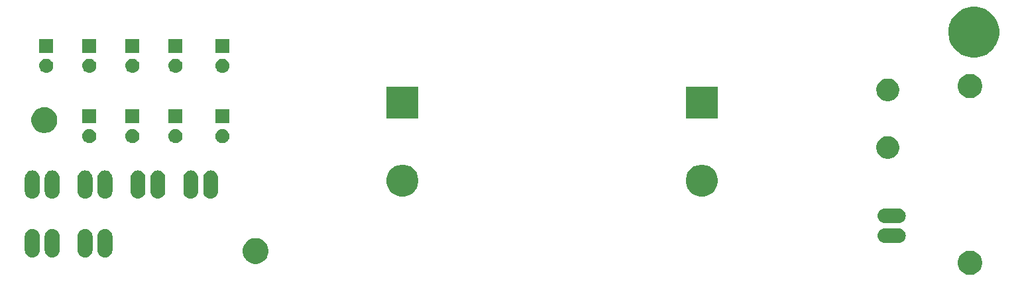
<source format=gbs>
G04 #@! TF.GenerationSoftware,KiCad,Pcbnew,5.0.1-33cea8e~68~ubuntu16.04.1*
G04 #@! TF.CreationDate,2019-04-14T15:01:33-04:00*
G04 #@! TF.ProjectId,filterbuffer,66696C7465726275666665722E6B6963,rev?*
G04 #@! TF.SameCoordinates,Original*
G04 #@! TF.FileFunction,Soldermask,Bot*
G04 #@! TF.FilePolarity,Negative*
%FSLAX46Y46*%
G04 Gerber Fmt 4.6, Leading zero omitted, Abs format (unit mm)*
G04 Created by KiCad (PCBNEW 5.0.1-33cea8e~68~ubuntu16.04.1) date Sun 14 Apr 2019 15:01:33 EDT*
%MOMM*%
%LPD*%
G01*
G04 APERTURE LIST*
%ADD10C,0.100000*%
G04 APERTURE END LIST*
D10*
G36*
X180552527Y-132188736D02*
X180652410Y-132208604D01*
X180934674Y-132325521D01*
X181188705Y-132495259D01*
X181404741Y-132711295D01*
X181574479Y-132965326D01*
X181691396Y-133247590D01*
X181751000Y-133547240D01*
X181751000Y-133852760D01*
X181691396Y-134152410D01*
X181574479Y-134434674D01*
X181404741Y-134688705D01*
X181188705Y-134904741D01*
X180934674Y-135074479D01*
X180652410Y-135191396D01*
X180552527Y-135211264D01*
X180352762Y-135251000D01*
X180047238Y-135251000D01*
X179847473Y-135211264D01*
X179747590Y-135191396D01*
X179465326Y-135074479D01*
X179211295Y-134904741D01*
X178995259Y-134688705D01*
X178825521Y-134434674D01*
X178708604Y-134152410D01*
X178649000Y-133852760D01*
X178649000Y-133547240D01*
X178708604Y-133247590D01*
X178825521Y-132965326D01*
X178995259Y-132711295D01*
X179211295Y-132495259D01*
X179465326Y-132325521D01*
X179747590Y-132208604D01*
X179847473Y-132188736D01*
X180047238Y-132149000D01*
X180352762Y-132149000D01*
X180552527Y-132188736D01*
X180552527Y-132188736D01*
G37*
G36*
X89325256Y-130591298D02*
X89431579Y-130612447D01*
X89732042Y-130736903D01*
X89998852Y-130915180D01*
X90002454Y-130917587D01*
X90232413Y-131147546D01*
X90413098Y-131417960D01*
X90537553Y-131718422D01*
X90601000Y-132037389D01*
X90601000Y-132362611D01*
X90537553Y-132681578D01*
X90433457Y-132932890D01*
X90413097Y-132982042D01*
X90397314Y-133005663D01*
X90232413Y-133252454D01*
X90002454Y-133482413D01*
X90002451Y-133482415D01*
X89732042Y-133663097D01*
X89431579Y-133787553D01*
X89325256Y-133808702D01*
X89112611Y-133851000D01*
X88787389Y-133851000D01*
X88574744Y-133808702D01*
X88468421Y-133787553D01*
X88167958Y-133663097D01*
X87897549Y-133482415D01*
X87897546Y-133482413D01*
X87667587Y-133252454D01*
X87502686Y-133005663D01*
X87486903Y-132982042D01*
X87466544Y-132932890D01*
X87362447Y-132681578D01*
X87299000Y-132362611D01*
X87299000Y-132037389D01*
X87362447Y-131718422D01*
X87486902Y-131417960D01*
X87667587Y-131147546D01*
X87897546Y-130917587D01*
X87901148Y-130915180D01*
X88167958Y-130736903D01*
X88468421Y-130612447D01*
X88574744Y-130591298D01*
X88787389Y-130549000D01*
X89112611Y-130549000D01*
X89325256Y-130591298D01*
X89325256Y-130591298D01*
G37*
G36*
X63136513Y-129412706D02*
X63315857Y-129467110D01*
X63481140Y-129555455D01*
X63626018Y-129674352D01*
X63744913Y-129819228D01*
X63833260Y-129984514D01*
X63887664Y-130163856D01*
X63901430Y-130303631D01*
X63901430Y-132096369D01*
X63887664Y-132236144D01*
X63833260Y-132415486D01*
X63744913Y-132580772D01*
X63626018Y-132725648D01*
X63481142Y-132844543D01*
X63315856Y-132932890D01*
X63136514Y-132987294D01*
X62950000Y-133005663D01*
X62763487Y-132987294D01*
X62584145Y-132932890D01*
X62418859Y-132844543D01*
X62273983Y-132725648D01*
X62155088Y-132580772D01*
X62066741Y-132415486D01*
X62012337Y-132236144D01*
X61998570Y-132096368D01*
X61998570Y-130303632D01*
X62012336Y-130163857D01*
X62066740Y-129984513D01*
X62155085Y-129819230D01*
X62273982Y-129674352D01*
X62418858Y-129555457D01*
X62584144Y-129467110D01*
X62763486Y-129412706D01*
X62950000Y-129394337D01*
X63136513Y-129412706D01*
X63136513Y-129412706D01*
G37*
G36*
X67346513Y-129412706D02*
X67525857Y-129467110D01*
X67691140Y-129555455D01*
X67836018Y-129674352D01*
X67954913Y-129819228D01*
X68043260Y-129984514D01*
X68097664Y-130163856D01*
X68111430Y-130303631D01*
X68111430Y-132096369D01*
X68097664Y-132236144D01*
X68043260Y-132415486D01*
X67954913Y-132580772D01*
X67836018Y-132725648D01*
X67691142Y-132844543D01*
X67525856Y-132932890D01*
X67346514Y-132987294D01*
X67160000Y-133005663D01*
X66973487Y-132987294D01*
X66794145Y-132932890D01*
X66628859Y-132844543D01*
X66483983Y-132725648D01*
X66365088Y-132580772D01*
X66276741Y-132415486D01*
X66222337Y-132236144D01*
X66208570Y-132096368D01*
X66208570Y-130303632D01*
X66222336Y-130163857D01*
X66276740Y-129984513D01*
X66365085Y-129819230D01*
X66483982Y-129674352D01*
X66628858Y-129555457D01*
X66794144Y-129467110D01*
X66973486Y-129412706D01*
X67160000Y-129394337D01*
X67346513Y-129412706D01*
X67346513Y-129412706D01*
G37*
G36*
X69886513Y-129412706D02*
X70065857Y-129467110D01*
X70231140Y-129555455D01*
X70376018Y-129674352D01*
X70494913Y-129819228D01*
X70583260Y-129984514D01*
X70637664Y-130163856D01*
X70651430Y-130303631D01*
X70651430Y-132096369D01*
X70637664Y-132236144D01*
X70583260Y-132415486D01*
X70494913Y-132580772D01*
X70376018Y-132725648D01*
X70231142Y-132844543D01*
X70065856Y-132932890D01*
X69886514Y-132987294D01*
X69700000Y-133005663D01*
X69513487Y-132987294D01*
X69334145Y-132932890D01*
X69168859Y-132844543D01*
X69023983Y-132725648D01*
X68905088Y-132580772D01*
X68816741Y-132415486D01*
X68762337Y-132236144D01*
X68748570Y-132096368D01*
X68748570Y-130303632D01*
X68762336Y-130163857D01*
X68816740Y-129984513D01*
X68905085Y-129819230D01*
X69023982Y-129674352D01*
X69168858Y-129555457D01*
X69334144Y-129467110D01*
X69513486Y-129412706D01*
X69700000Y-129394337D01*
X69886513Y-129412706D01*
X69886513Y-129412706D01*
G37*
G36*
X60596513Y-129412706D02*
X60775857Y-129467110D01*
X60941140Y-129555455D01*
X61086018Y-129674352D01*
X61204913Y-129819228D01*
X61293260Y-129984514D01*
X61347664Y-130163856D01*
X61361430Y-130303631D01*
X61361430Y-132096369D01*
X61347664Y-132236144D01*
X61293260Y-132415486D01*
X61204913Y-132580772D01*
X61086018Y-132725648D01*
X60941142Y-132844543D01*
X60775856Y-132932890D01*
X60596514Y-132987294D01*
X60410000Y-133005663D01*
X60223487Y-132987294D01*
X60044145Y-132932890D01*
X59878859Y-132844543D01*
X59733983Y-132725648D01*
X59615088Y-132580772D01*
X59526741Y-132415486D01*
X59472337Y-132236144D01*
X59458570Y-132096368D01*
X59458570Y-130303632D01*
X59472336Y-130163857D01*
X59526740Y-129984513D01*
X59615085Y-129819230D01*
X59733982Y-129674352D01*
X59878858Y-129555457D01*
X60044144Y-129467110D01*
X60223486Y-129412706D01*
X60410000Y-129394337D01*
X60596513Y-129412706D01*
X60596513Y-129412706D01*
G37*
G36*
X171236144Y-129302336D02*
X171415486Y-129356740D01*
X171580772Y-129445087D01*
X171725648Y-129563982D01*
X171844543Y-129708858D01*
X171932890Y-129874144D01*
X171987294Y-130053486D01*
X172005663Y-130240000D01*
X171987294Y-130426514D01*
X171932890Y-130605856D01*
X171844543Y-130771142D01*
X171725648Y-130916018D01*
X171580772Y-131034913D01*
X171415486Y-131123260D01*
X171236144Y-131177664D01*
X171096369Y-131191430D01*
X169303631Y-131191430D01*
X169163856Y-131177664D01*
X168984514Y-131123260D01*
X168819228Y-131034913D01*
X168674352Y-130916018D01*
X168555457Y-130771142D01*
X168467110Y-130605856D01*
X168412706Y-130426514D01*
X168394337Y-130240000D01*
X168412706Y-130053486D01*
X168467110Y-129874144D01*
X168555457Y-129708858D01*
X168674352Y-129563982D01*
X168819228Y-129445087D01*
X168984514Y-129356740D01*
X169163856Y-129302336D01*
X169303631Y-129288570D01*
X171096369Y-129288570D01*
X171236144Y-129302336D01*
X171236144Y-129302336D01*
G37*
G36*
X171236144Y-126762336D02*
X171415486Y-126816740D01*
X171580772Y-126905087D01*
X171725648Y-127023982D01*
X171844543Y-127168858D01*
X171932890Y-127334144D01*
X171987294Y-127513486D01*
X172005663Y-127700000D01*
X171987294Y-127886514D01*
X171932890Y-128065856D01*
X171844543Y-128231142D01*
X171725648Y-128376018D01*
X171580772Y-128494913D01*
X171415486Y-128583260D01*
X171236144Y-128637664D01*
X171096369Y-128651430D01*
X169303631Y-128651430D01*
X169163856Y-128637664D01*
X168984514Y-128583260D01*
X168819228Y-128494913D01*
X168674352Y-128376018D01*
X168555457Y-128231142D01*
X168467110Y-128065856D01*
X168412706Y-127886514D01*
X168394337Y-127700000D01*
X168412706Y-127513486D01*
X168467110Y-127334144D01*
X168555457Y-127168858D01*
X168674352Y-127023982D01*
X168819228Y-126905087D01*
X168984514Y-126816740D01*
X169163856Y-126762336D01*
X169303631Y-126748570D01*
X171096369Y-126748570D01*
X171236144Y-126762336D01*
X171236144Y-126762336D01*
G37*
G36*
X67346513Y-121912706D02*
X67525857Y-121967110D01*
X67691140Y-122055455D01*
X67836018Y-122174352D01*
X67954913Y-122319228D01*
X68043260Y-122484514D01*
X68097664Y-122663856D01*
X68111430Y-122803631D01*
X68111430Y-124596369D01*
X68097664Y-124736144D01*
X68043260Y-124915486D01*
X67954913Y-125080772D01*
X67836018Y-125225648D01*
X67691142Y-125344543D01*
X67525856Y-125432890D01*
X67346514Y-125487294D01*
X67160000Y-125505663D01*
X66973487Y-125487294D01*
X66794145Y-125432890D01*
X66628859Y-125344543D01*
X66483983Y-125225648D01*
X66365088Y-125080772D01*
X66276741Y-124915486D01*
X66222337Y-124736144D01*
X66208570Y-124596368D01*
X66208570Y-122803632D01*
X66222336Y-122663857D01*
X66276740Y-122484513D01*
X66365085Y-122319230D01*
X66483982Y-122174352D01*
X66628858Y-122055457D01*
X66794144Y-121967110D01*
X66973486Y-121912706D01*
X67160000Y-121894337D01*
X67346513Y-121912706D01*
X67346513Y-121912706D01*
G37*
G36*
X76636513Y-121912706D02*
X76815857Y-121967110D01*
X76981140Y-122055455D01*
X77126018Y-122174352D01*
X77244913Y-122319228D01*
X77333260Y-122484514D01*
X77387664Y-122663856D01*
X77401430Y-122803631D01*
X77401430Y-124596369D01*
X77387664Y-124736144D01*
X77333260Y-124915486D01*
X77244913Y-125080772D01*
X77126018Y-125225648D01*
X76981142Y-125344543D01*
X76815856Y-125432890D01*
X76636514Y-125487294D01*
X76450000Y-125505663D01*
X76263487Y-125487294D01*
X76084145Y-125432890D01*
X75918859Y-125344543D01*
X75773983Y-125225648D01*
X75655088Y-125080772D01*
X75566741Y-124915486D01*
X75512337Y-124736144D01*
X75498570Y-124596368D01*
X75498570Y-122803632D01*
X75512336Y-122663857D01*
X75566740Y-122484513D01*
X75655085Y-122319230D01*
X75773982Y-122174352D01*
X75918858Y-122055457D01*
X76084144Y-121967110D01*
X76263486Y-121912706D01*
X76450000Y-121894337D01*
X76636513Y-121912706D01*
X76636513Y-121912706D01*
G37*
G36*
X83386513Y-121912706D02*
X83565857Y-121967110D01*
X83731140Y-122055455D01*
X83876018Y-122174352D01*
X83994913Y-122319228D01*
X84083260Y-122484514D01*
X84137664Y-122663856D01*
X84151430Y-122803631D01*
X84151430Y-124596369D01*
X84137664Y-124736144D01*
X84083260Y-124915486D01*
X83994913Y-125080772D01*
X83876018Y-125225648D01*
X83731142Y-125344543D01*
X83565856Y-125432890D01*
X83386514Y-125487294D01*
X83200000Y-125505663D01*
X83013487Y-125487294D01*
X82834145Y-125432890D01*
X82668859Y-125344543D01*
X82523983Y-125225648D01*
X82405088Y-125080772D01*
X82316741Y-124915486D01*
X82262337Y-124736144D01*
X82248570Y-124596368D01*
X82248570Y-122803632D01*
X82262336Y-122663857D01*
X82316740Y-122484513D01*
X82405085Y-122319230D01*
X82523982Y-122174352D01*
X82668858Y-122055457D01*
X82834144Y-121967110D01*
X83013486Y-121912706D01*
X83200000Y-121894337D01*
X83386513Y-121912706D01*
X83386513Y-121912706D01*
G37*
G36*
X60596513Y-121912706D02*
X60775857Y-121967110D01*
X60941140Y-122055455D01*
X61086018Y-122174352D01*
X61204913Y-122319228D01*
X61293260Y-122484514D01*
X61347664Y-122663856D01*
X61361430Y-122803631D01*
X61361430Y-124596369D01*
X61347664Y-124736144D01*
X61293260Y-124915486D01*
X61204913Y-125080772D01*
X61086018Y-125225648D01*
X60941142Y-125344543D01*
X60775856Y-125432890D01*
X60596514Y-125487294D01*
X60410000Y-125505663D01*
X60223487Y-125487294D01*
X60044145Y-125432890D01*
X59878859Y-125344543D01*
X59733983Y-125225648D01*
X59615088Y-125080772D01*
X59526741Y-124915486D01*
X59472337Y-124736144D01*
X59458570Y-124596368D01*
X59458570Y-122803632D01*
X59472336Y-122663857D01*
X59526740Y-122484513D01*
X59615085Y-122319230D01*
X59733982Y-122174352D01*
X59878858Y-122055457D01*
X60044144Y-121967110D01*
X60223486Y-121912706D01*
X60410000Y-121894337D01*
X60596513Y-121912706D01*
X60596513Y-121912706D01*
G37*
G36*
X63136513Y-121912706D02*
X63315857Y-121967110D01*
X63481140Y-122055455D01*
X63626018Y-122174352D01*
X63744913Y-122319228D01*
X63833260Y-122484514D01*
X63887664Y-122663856D01*
X63901430Y-122803631D01*
X63901430Y-124596369D01*
X63887664Y-124736144D01*
X63833260Y-124915486D01*
X63744913Y-125080772D01*
X63626018Y-125225648D01*
X63481142Y-125344543D01*
X63315856Y-125432890D01*
X63136514Y-125487294D01*
X62950000Y-125505663D01*
X62763487Y-125487294D01*
X62584145Y-125432890D01*
X62418859Y-125344543D01*
X62273983Y-125225648D01*
X62155088Y-125080772D01*
X62066741Y-124915486D01*
X62012337Y-124736144D01*
X61998570Y-124596368D01*
X61998570Y-122803632D01*
X62012336Y-122663857D01*
X62066740Y-122484513D01*
X62155085Y-122319230D01*
X62273982Y-122174352D01*
X62418858Y-122055457D01*
X62584144Y-121967110D01*
X62763486Y-121912706D01*
X62950000Y-121894337D01*
X63136513Y-121912706D01*
X63136513Y-121912706D01*
G37*
G36*
X69886513Y-121912706D02*
X70065857Y-121967110D01*
X70231140Y-122055455D01*
X70376018Y-122174352D01*
X70494913Y-122319228D01*
X70583260Y-122484514D01*
X70637664Y-122663856D01*
X70651430Y-122803631D01*
X70651430Y-124596369D01*
X70637664Y-124736144D01*
X70583260Y-124915486D01*
X70494913Y-125080772D01*
X70376018Y-125225648D01*
X70231142Y-125344543D01*
X70065856Y-125432890D01*
X69886514Y-125487294D01*
X69700000Y-125505663D01*
X69513487Y-125487294D01*
X69334145Y-125432890D01*
X69168859Y-125344543D01*
X69023983Y-125225648D01*
X68905088Y-125080772D01*
X68816741Y-124915486D01*
X68762337Y-124736144D01*
X68748570Y-124596368D01*
X68748570Y-122803632D01*
X68762336Y-122663857D01*
X68816740Y-122484513D01*
X68905085Y-122319230D01*
X69023982Y-122174352D01*
X69168858Y-122055457D01*
X69334144Y-121967110D01*
X69513486Y-121912706D01*
X69700000Y-121894337D01*
X69886513Y-121912706D01*
X69886513Y-121912706D01*
G37*
G36*
X80846513Y-121912706D02*
X81025857Y-121967110D01*
X81191140Y-122055455D01*
X81336018Y-122174352D01*
X81454913Y-122319228D01*
X81543260Y-122484514D01*
X81597664Y-122663856D01*
X81611430Y-122803631D01*
X81611430Y-124596369D01*
X81597664Y-124736144D01*
X81543260Y-124915486D01*
X81454913Y-125080772D01*
X81336018Y-125225648D01*
X81191142Y-125344543D01*
X81025856Y-125432890D01*
X80846514Y-125487294D01*
X80660000Y-125505663D01*
X80473487Y-125487294D01*
X80294145Y-125432890D01*
X80128859Y-125344543D01*
X79983983Y-125225648D01*
X79865088Y-125080772D01*
X79776741Y-124915486D01*
X79722337Y-124736144D01*
X79708570Y-124596368D01*
X79708570Y-122803632D01*
X79722336Y-122663857D01*
X79776740Y-122484513D01*
X79865085Y-122319230D01*
X79983982Y-122174352D01*
X80128858Y-122055457D01*
X80294144Y-121967110D01*
X80473486Y-121912706D01*
X80660000Y-121894337D01*
X80846513Y-121912706D01*
X80846513Y-121912706D01*
G37*
G36*
X74096513Y-121912706D02*
X74275857Y-121967110D01*
X74441140Y-122055455D01*
X74586018Y-122174352D01*
X74704913Y-122319228D01*
X74793260Y-122484514D01*
X74847664Y-122663856D01*
X74861430Y-122803631D01*
X74861430Y-124596369D01*
X74847664Y-124736144D01*
X74793260Y-124915486D01*
X74704913Y-125080772D01*
X74586018Y-125225648D01*
X74441142Y-125344543D01*
X74275856Y-125432890D01*
X74096514Y-125487294D01*
X73910000Y-125505663D01*
X73723487Y-125487294D01*
X73544145Y-125432890D01*
X73378859Y-125344543D01*
X73233983Y-125225648D01*
X73115088Y-125080772D01*
X73026741Y-124915486D01*
X72972337Y-124736144D01*
X72958570Y-124596368D01*
X72958570Y-122803632D01*
X72972336Y-122663857D01*
X73026740Y-122484513D01*
X73115085Y-122319230D01*
X73233982Y-122174352D01*
X73378858Y-122055457D01*
X73544144Y-121967110D01*
X73723486Y-121912706D01*
X73910000Y-121894337D01*
X74096513Y-121912706D01*
X74096513Y-121912706D01*
G37*
G36*
X146548252Y-121227818D02*
X146548254Y-121227819D01*
X146548255Y-121227819D01*
X146921513Y-121382427D01*
X146921514Y-121382428D01*
X147257439Y-121606886D01*
X147543114Y-121892561D01*
X147543116Y-121892564D01*
X147767573Y-122228487D01*
X147922181Y-122601745D01*
X148001000Y-122997994D01*
X148001000Y-123402006D01*
X147922181Y-123798255D01*
X147767573Y-124171513D01*
X147767572Y-124171514D01*
X147543114Y-124507439D01*
X147257439Y-124793114D01*
X147257436Y-124793116D01*
X146921513Y-125017573D01*
X146548255Y-125172181D01*
X146548254Y-125172181D01*
X146548252Y-125172182D01*
X146152007Y-125251000D01*
X145747993Y-125251000D01*
X145351748Y-125172182D01*
X145351746Y-125172181D01*
X145351745Y-125172181D01*
X144978487Y-125017573D01*
X144642564Y-124793116D01*
X144642561Y-124793114D01*
X144356886Y-124507439D01*
X144132428Y-124171514D01*
X144132427Y-124171513D01*
X143977819Y-123798255D01*
X143899000Y-123402006D01*
X143899000Y-122997994D01*
X143977819Y-122601745D01*
X144132427Y-122228487D01*
X144356884Y-121892564D01*
X144356886Y-121892561D01*
X144642561Y-121606886D01*
X144978486Y-121382428D01*
X144978487Y-121382427D01*
X145351745Y-121227819D01*
X145351746Y-121227819D01*
X145351748Y-121227818D01*
X145747993Y-121149000D01*
X146152007Y-121149000D01*
X146548252Y-121227818D01*
X146548252Y-121227818D01*
G37*
G36*
X108298252Y-121227818D02*
X108298254Y-121227819D01*
X108298255Y-121227819D01*
X108671513Y-121382427D01*
X108671514Y-121382428D01*
X109007439Y-121606886D01*
X109293114Y-121892561D01*
X109293116Y-121892564D01*
X109517573Y-122228487D01*
X109672181Y-122601745D01*
X109751000Y-122997994D01*
X109751000Y-123402006D01*
X109672181Y-123798255D01*
X109517573Y-124171513D01*
X109517572Y-124171514D01*
X109293114Y-124507439D01*
X109007439Y-124793114D01*
X109007436Y-124793116D01*
X108671513Y-125017573D01*
X108298255Y-125172181D01*
X108298254Y-125172181D01*
X108298252Y-125172182D01*
X107902007Y-125251000D01*
X107497993Y-125251000D01*
X107101748Y-125172182D01*
X107101746Y-125172181D01*
X107101745Y-125172181D01*
X106728487Y-125017573D01*
X106392564Y-124793116D01*
X106392561Y-124793114D01*
X106106886Y-124507439D01*
X105882428Y-124171514D01*
X105882427Y-124171513D01*
X105727819Y-123798255D01*
X105649000Y-123402006D01*
X105649000Y-122997994D01*
X105727819Y-122601745D01*
X105882427Y-122228487D01*
X106106884Y-121892564D01*
X106106886Y-121892561D01*
X106392561Y-121606886D01*
X106728486Y-121382428D01*
X106728487Y-121382427D01*
X107101745Y-121227819D01*
X107101746Y-121227819D01*
X107101748Y-121227818D01*
X107497993Y-121149000D01*
X107902007Y-121149000D01*
X108298252Y-121227818D01*
X108298252Y-121227818D01*
G37*
G36*
X170123238Y-117554760D02*
X170123240Y-117554761D01*
X170123241Y-117554761D01*
X170387306Y-117664140D01*
X170387307Y-117664141D01*
X170624962Y-117822937D01*
X170827063Y-118025038D01*
X170827065Y-118025041D01*
X170985860Y-118262694D01*
X171095239Y-118526759D01*
X171151000Y-118807089D01*
X171151000Y-119092911D01*
X171095239Y-119373241D01*
X170985860Y-119637306D01*
X170985859Y-119637307D01*
X170827063Y-119874962D01*
X170624962Y-120077063D01*
X170624959Y-120077065D01*
X170387306Y-120235860D01*
X170123241Y-120345239D01*
X170123240Y-120345239D01*
X170123238Y-120345240D01*
X169842912Y-120401000D01*
X169557088Y-120401000D01*
X169276762Y-120345240D01*
X169276760Y-120345239D01*
X169276759Y-120345239D01*
X169012694Y-120235860D01*
X168775041Y-120077065D01*
X168775038Y-120077063D01*
X168572937Y-119874962D01*
X168414141Y-119637307D01*
X168414140Y-119637306D01*
X168304761Y-119373241D01*
X168249000Y-119092911D01*
X168249000Y-118807089D01*
X168304761Y-118526759D01*
X168414140Y-118262694D01*
X168572935Y-118025041D01*
X168572937Y-118025038D01*
X168775038Y-117822937D01*
X169012693Y-117664141D01*
X169012694Y-117664140D01*
X169276759Y-117554761D01*
X169276760Y-117554761D01*
X169276762Y-117554760D01*
X169557088Y-117499000D01*
X169842912Y-117499000D01*
X170123238Y-117554760D01*
X170123238Y-117554760D01*
G37*
G36*
X84810442Y-116595518D02*
X84876627Y-116602037D01*
X84989853Y-116636384D01*
X85046467Y-116653557D01*
X85185087Y-116727652D01*
X85202991Y-116737222D01*
X85238729Y-116766552D01*
X85340186Y-116849814D01*
X85423448Y-116951271D01*
X85452778Y-116987009D01*
X85452779Y-116987011D01*
X85536443Y-117143533D01*
X85536443Y-117143534D01*
X85587963Y-117313373D01*
X85605359Y-117490000D01*
X85587963Y-117666627D01*
X85553616Y-117779853D01*
X85536443Y-117836467D01*
X85462348Y-117975087D01*
X85452778Y-117992991D01*
X85426475Y-118025041D01*
X85340186Y-118130186D01*
X85238729Y-118213448D01*
X85202991Y-118242778D01*
X85202989Y-118242779D01*
X85046467Y-118326443D01*
X84989853Y-118343616D01*
X84876627Y-118377963D01*
X84810442Y-118384482D01*
X84744260Y-118391000D01*
X84655740Y-118391000D01*
X84589558Y-118384482D01*
X84523373Y-118377963D01*
X84410147Y-118343616D01*
X84353533Y-118326443D01*
X84197011Y-118242779D01*
X84197009Y-118242778D01*
X84161271Y-118213448D01*
X84059814Y-118130186D01*
X83973525Y-118025041D01*
X83947222Y-117992991D01*
X83937652Y-117975087D01*
X83863557Y-117836467D01*
X83846384Y-117779853D01*
X83812037Y-117666627D01*
X83794641Y-117490000D01*
X83812037Y-117313373D01*
X83863557Y-117143534D01*
X83863557Y-117143533D01*
X83947221Y-116987011D01*
X83947222Y-116987009D01*
X83976552Y-116951271D01*
X84059814Y-116849814D01*
X84161271Y-116766552D01*
X84197009Y-116737222D01*
X84214913Y-116727652D01*
X84353533Y-116653557D01*
X84410147Y-116636384D01*
X84523373Y-116602037D01*
X84589558Y-116595518D01*
X84655740Y-116589000D01*
X84744260Y-116589000D01*
X84810442Y-116595518D01*
X84810442Y-116595518D01*
G37*
G36*
X67810442Y-116595518D02*
X67876627Y-116602037D01*
X67989853Y-116636384D01*
X68046467Y-116653557D01*
X68185087Y-116727652D01*
X68202991Y-116737222D01*
X68238729Y-116766552D01*
X68340186Y-116849814D01*
X68423448Y-116951271D01*
X68452778Y-116987009D01*
X68452779Y-116987011D01*
X68536443Y-117143533D01*
X68536443Y-117143534D01*
X68587963Y-117313373D01*
X68605359Y-117490000D01*
X68587963Y-117666627D01*
X68553616Y-117779853D01*
X68536443Y-117836467D01*
X68462348Y-117975087D01*
X68452778Y-117992991D01*
X68426475Y-118025041D01*
X68340186Y-118130186D01*
X68238729Y-118213448D01*
X68202991Y-118242778D01*
X68202989Y-118242779D01*
X68046467Y-118326443D01*
X67989853Y-118343616D01*
X67876627Y-118377963D01*
X67810442Y-118384482D01*
X67744260Y-118391000D01*
X67655740Y-118391000D01*
X67589558Y-118384482D01*
X67523373Y-118377963D01*
X67410147Y-118343616D01*
X67353533Y-118326443D01*
X67197011Y-118242779D01*
X67197009Y-118242778D01*
X67161271Y-118213448D01*
X67059814Y-118130186D01*
X66973525Y-118025041D01*
X66947222Y-117992991D01*
X66937652Y-117975087D01*
X66863557Y-117836467D01*
X66846384Y-117779853D01*
X66812037Y-117666627D01*
X66794641Y-117490000D01*
X66812037Y-117313373D01*
X66863557Y-117143534D01*
X66863557Y-117143533D01*
X66947221Y-116987011D01*
X66947222Y-116987009D01*
X66976552Y-116951271D01*
X67059814Y-116849814D01*
X67161271Y-116766552D01*
X67197009Y-116737222D01*
X67214913Y-116727652D01*
X67353533Y-116653557D01*
X67410147Y-116636384D01*
X67523373Y-116602037D01*
X67589558Y-116595518D01*
X67655740Y-116589000D01*
X67744260Y-116589000D01*
X67810442Y-116595518D01*
X67810442Y-116595518D01*
G37*
G36*
X78810442Y-116595518D02*
X78876627Y-116602037D01*
X78989853Y-116636384D01*
X79046467Y-116653557D01*
X79185087Y-116727652D01*
X79202991Y-116737222D01*
X79238729Y-116766552D01*
X79340186Y-116849814D01*
X79423448Y-116951271D01*
X79452778Y-116987009D01*
X79452779Y-116987011D01*
X79536443Y-117143533D01*
X79536443Y-117143534D01*
X79587963Y-117313373D01*
X79605359Y-117490000D01*
X79587963Y-117666627D01*
X79553616Y-117779853D01*
X79536443Y-117836467D01*
X79462348Y-117975087D01*
X79452778Y-117992991D01*
X79426475Y-118025041D01*
X79340186Y-118130186D01*
X79238729Y-118213448D01*
X79202991Y-118242778D01*
X79202989Y-118242779D01*
X79046467Y-118326443D01*
X78989853Y-118343616D01*
X78876627Y-118377963D01*
X78810442Y-118384482D01*
X78744260Y-118391000D01*
X78655740Y-118391000D01*
X78589558Y-118384482D01*
X78523373Y-118377963D01*
X78410147Y-118343616D01*
X78353533Y-118326443D01*
X78197011Y-118242779D01*
X78197009Y-118242778D01*
X78161271Y-118213448D01*
X78059814Y-118130186D01*
X77973525Y-118025041D01*
X77947222Y-117992991D01*
X77937652Y-117975087D01*
X77863557Y-117836467D01*
X77846384Y-117779853D01*
X77812037Y-117666627D01*
X77794641Y-117490000D01*
X77812037Y-117313373D01*
X77863557Y-117143534D01*
X77863557Y-117143533D01*
X77947221Y-116987011D01*
X77947222Y-116987009D01*
X77976552Y-116951271D01*
X78059814Y-116849814D01*
X78161271Y-116766552D01*
X78197009Y-116737222D01*
X78214913Y-116727652D01*
X78353533Y-116653557D01*
X78410147Y-116636384D01*
X78523373Y-116602037D01*
X78589558Y-116595518D01*
X78655740Y-116589000D01*
X78744260Y-116589000D01*
X78810442Y-116595518D01*
X78810442Y-116595518D01*
G37*
G36*
X73310442Y-116595518D02*
X73376627Y-116602037D01*
X73489853Y-116636384D01*
X73546467Y-116653557D01*
X73685087Y-116727652D01*
X73702991Y-116737222D01*
X73738729Y-116766552D01*
X73840186Y-116849814D01*
X73923448Y-116951271D01*
X73952778Y-116987009D01*
X73952779Y-116987011D01*
X74036443Y-117143533D01*
X74036443Y-117143534D01*
X74087963Y-117313373D01*
X74105359Y-117490000D01*
X74087963Y-117666627D01*
X74053616Y-117779853D01*
X74036443Y-117836467D01*
X73962348Y-117975087D01*
X73952778Y-117992991D01*
X73926475Y-118025041D01*
X73840186Y-118130186D01*
X73738729Y-118213448D01*
X73702991Y-118242778D01*
X73702989Y-118242779D01*
X73546467Y-118326443D01*
X73489853Y-118343616D01*
X73376627Y-118377963D01*
X73310442Y-118384482D01*
X73244260Y-118391000D01*
X73155740Y-118391000D01*
X73089558Y-118384482D01*
X73023373Y-118377963D01*
X72910147Y-118343616D01*
X72853533Y-118326443D01*
X72697011Y-118242779D01*
X72697009Y-118242778D01*
X72661271Y-118213448D01*
X72559814Y-118130186D01*
X72473525Y-118025041D01*
X72447222Y-117992991D01*
X72437652Y-117975087D01*
X72363557Y-117836467D01*
X72346384Y-117779853D01*
X72312037Y-117666627D01*
X72294641Y-117490000D01*
X72312037Y-117313373D01*
X72363557Y-117143534D01*
X72363557Y-117143533D01*
X72447221Y-116987011D01*
X72447222Y-116987009D01*
X72476552Y-116951271D01*
X72559814Y-116849814D01*
X72661271Y-116766552D01*
X72697009Y-116737222D01*
X72714913Y-116727652D01*
X72853533Y-116653557D01*
X72910147Y-116636384D01*
X73023373Y-116602037D01*
X73089558Y-116595518D01*
X73155740Y-116589000D01*
X73244260Y-116589000D01*
X73310442Y-116595518D01*
X73310442Y-116595518D01*
G37*
G36*
X62325256Y-113841298D02*
X62431579Y-113862447D01*
X62732042Y-113986903D01*
X62824976Y-114049000D01*
X63002454Y-114167587D01*
X63232413Y-114397546D01*
X63413098Y-114667960D01*
X63537553Y-114968422D01*
X63601000Y-115287389D01*
X63601000Y-115612611D01*
X63537553Y-115931578D01*
X63413098Y-116232040D01*
X63232413Y-116502454D01*
X63002454Y-116732413D01*
X63002451Y-116732415D01*
X62732042Y-116913097D01*
X62431579Y-117037553D01*
X62325256Y-117058702D01*
X62112611Y-117101000D01*
X61787389Y-117101000D01*
X61574744Y-117058702D01*
X61468421Y-117037553D01*
X61167958Y-116913097D01*
X60897549Y-116732415D01*
X60897546Y-116732413D01*
X60667587Y-116502454D01*
X60486902Y-116232040D01*
X60362447Y-115931578D01*
X60299000Y-115612611D01*
X60299000Y-115287389D01*
X60362447Y-114968422D01*
X60486902Y-114667960D01*
X60667587Y-114397546D01*
X60897546Y-114167587D01*
X61075024Y-114049000D01*
X61167958Y-113986903D01*
X61468421Y-113862447D01*
X61574744Y-113841298D01*
X61787389Y-113799000D01*
X62112611Y-113799000D01*
X62325256Y-113841298D01*
X62325256Y-113841298D01*
G37*
G36*
X79601000Y-115851000D02*
X77799000Y-115851000D01*
X77799000Y-114049000D01*
X79601000Y-114049000D01*
X79601000Y-115851000D01*
X79601000Y-115851000D01*
G37*
G36*
X74101000Y-115851000D02*
X72299000Y-115851000D01*
X72299000Y-114049000D01*
X74101000Y-114049000D01*
X74101000Y-115851000D01*
X74101000Y-115851000D01*
G37*
G36*
X68601000Y-115851000D02*
X66799000Y-115851000D01*
X66799000Y-114049000D01*
X68601000Y-114049000D01*
X68601000Y-115851000D01*
X68601000Y-115851000D01*
G37*
G36*
X85601000Y-115851000D02*
X83799000Y-115851000D01*
X83799000Y-114049000D01*
X85601000Y-114049000D01*
X85601000Y-115851000D01*
X85601000Y-115851000D01*
G37*
G36*
X109751000Y-115251000D02*
X105649000Y-115251000D01*
X105649000Y-111149000D01*
X109751000Y-111149000D01*
X109751000Y-115251000D01*
X109751000Y-115251000D01*
G37*
G36*
X148001000Y-115251000D02*
X143899000Y-115251000D01*
X143899000Y-111149000D01*
X148001000Y-111149000D01*
X148001000Y-115251000D01*
X148001000Y-115251000D01*
G37*
G36*
X170123238Y-110184760D02*
X170123240Y-110184761D01*
X170123241Y-110184761D01*
X170387306Y-110294140D01*
X170387307Y-110294141D01*
X170624962Y-110452937D01*
X170827063Y-110655038D01*
X170827065Y-110655041D01*
X170985860Y-110892694D01*
X171092025Y-111149000D01*
X171095240Y-111156762D01*
X171151000Y-111437088D01*
X171151000Y-111722912D01*
X171128770Y-111834672D01*
X171095239Y-112003241D01*
X170985860Y-112267306D01*
X170847431Y-112474479D01*
X170827063Y-112504962D01*
X170624962Y-112707063D01*
X170624959Y-112707065D01*
X170387306Y-112865860D01*
X170123241Y-112975239D01*
X170123240Y-112975239D01*
X170123238Y-112975240D01*
X169842912Y-113031000D01*
X169557088Y-113031000D01*
X169276762Y-112975240D01*
X169276760Y-112975239D01*
X169276759Y-112975239D01*
X169012694Y-112865860D01*
X168775041Y-112707065D01*
X168775038Y-112707063D01*
X168572937Y-112504962D01*
X168552569Y-112474479D01*
X168414140Y-112267306D01*
X168304761Y-112003241D01*
X168271231Y-111834672D01*
X168249000Y-111722912D01*
X168249000Y-111437088D01*
X168304760Y-111156762D01*
X168307975Y-111149000D01*
X168414140Y-110892694D01*
X168572935Y-110655041D01*
X168572937Y-110655038D01*
X168775038Y-110452937D01*
X169012693Y-110294141D01*
X169012694Y-110294140D01*
X169276759Y-110184761D01*
X169276760Y-110184761D01*
X169276762Y-110184760D01*
X169557088Y-110129000D01*
X169842912Y-110129000D01*
X170123238Y-110184760D01*
X170123238Y-110184760D01*
G37*
G36*
X180552527Y-109588736D02*
X180652410Y-109608604D01*
X180934674Y-109725521D01*
X181188705Y-109895259D01*
X181404741Y-110111295D01*
X181574479Y-110365326D01*
X181691396Y-110647590D01*
X181751000Y-110947240D01*
X181751000Y-111252760D01*
X181691396Y-111552410D01*
X181574479Y-111834674D01*
X181404741Y-112088705D01*
X181188705Y-112304741D01*
X180934674Y-112474479D01*
X180652410Y-112591396D01*
X180552527Y-112611264D01*
X180352762Y-112651000D01*
X180047238Y-112651000D01*
X179847473Y-112611264D01*
X179747590Y-112591396D01*
X179465326Y-112474479D01*
X179211295Y-112304741D01*
X178995259Y-112088705D01*
X178825521Y-111834674D01*
X178708604Y-111552410D01*
X178649000Y-111252760D01*
X178649000Y-110947240D01*
X178708604Y-110647590D01*
X178825521Y-110365326D01*
X178995259Y-110111295D01*
X179211295Y-109895259D01*
X179465326Y-109725521D01*
X179747590Y-109608604D01*
X179847473Y-109588736D01*
X180047238Y-109549000D01*
X180352762Y-109549000D01*
X180552527Y-109588736D01*
X180552527Y-109588736D01*
G37*
G36*
X62310442Y-107595518D02*
X62376627Y-107602037D01*
X62489853Y-107636384D01*
X62546467Y-107653557D01*
X62685087Y-107727652D01*
X62702991Y-107737222D01*
X62738729Y-107766552D01*
X62840186Y-107849814D01*
X62923448Y-107951271D01*
X62952778Y-107987009D01*
X62952779Y-107987011D01*
X63036443Y-108143533D01*
X63036443Y-108143534D01*
X63087963Y-108313373D01*
X63105359Y-108490000D01*
X63087963Y-108666627D01*
X63053616Y-108779853D01*
X63036443Y-108836467D01*
X62962348Y-108975087D01*
X62952778Y-108992991D01*
X62923448Y-109028729D01*
X62840186Y-109130186D01*
X62738729Y-109213448D01*
X62702991Y-109242778D01*
X62702989Y-109242779D01*
X62546467Y-109326443D01*
X62489853Y-109343616D01*
X62376627Y-109377963D01*
X62310442Y-109384482D01*
X62244260Y-109391000D01*
X62155740Y-109391000D01*
X62089558Y-109384482D01*
X62023373Y-109377963D01*
X61910147Y-109343616D01*
X61853533Y-109326443D01*
X61697011Y-109242779D01*
X61697009Y-109242778D01*
X61661271Y-109213448D01*
X61559814Y-109130186D01*
X61476552Y-109028729D01*
X61447222Y-108992991D01*
X61437652Y-108975087D01*
X61363557Y-108836467D01*
X61346384Y-108779853D01*
X61312037Y-108666627D01*
X61294641Y-108490000D01*
X61312037Y-108313373D01*
X61363557Y-108143534D01*
X61363557Y-108143533D01*
X61447221Y-107987011D01*
X61447222Y-107987009D01*
X61476552Y-107951271D01*
X61559814Y-107849814D01*
X61661271Y-107766552D01*
X61697009Y-107737222D01*
X61714913Y-107727652D01*
X61853533Y-107653557D01*
X61910147Y-107636384D01*
X62023373Y-107602037D01*
X62089558Y-107595518D01*
X62155740Y-107589000D01*
X62244260Y-107589000D01*
X62310442Y-107595518D01*
X62310442Y-107595518D01*
G37*
G36*
X67810442Y-107595518D02*
X67876627Y-107602037D01*
X67989853Y-107636384D01*
X68046467Y-107653557D01*
X68185087Y-107727652D01*
X68202991Y-107737222D01*
X68238729Y-107766552D01*
X68340186Y-107849814D01*
X68423448Y-107951271D01*
X68452778Y-107987009D01*
X68452779Y-107987011D01*
X68536443Y-108143533D01*
X68536443Y-108143534D01*
X68587963Y-108313373D01*
X68605359Y-108490000D01*
X68587963Y-108666627D01*
X68553616Y-108779853D01*
X68536443Y-108836467D01*
X68462348Y-108975087D01*
X68452778Y-108992991D01*
X68423448Y-109028729D01*
X68340186Y-109130186D01*
X68238729Y-109213448D01*
X68202991Y-109242778D01*
X68202989Y-109242779D01*
X68046467Y-109326443D01*
X67989853Y-109343616D01*
X67876627Y-109377963D01*
X67810442Y-109384482D01*
X67744260Y-109391000D01*
X67655740Y-109391000D01*
X67589558Y-109384482D01*
X67523373Y-109377963D01*
X67410147Y-109343616D01*
X67353533Y-109326443D01*
X67197011Y-109242779D01*
X67197009Y-109242778D01*
X67161271Y-109213448D01*
X67059814Y-109130186D01*
X66976552Y-109028729D01*
X66947222Y-108992991D01*
X66937652Y-108975087D01*
X66863557Y-108836467D01*
X66846384Y-108779853D01*
X66812037Y-108666627D01*
X66794641Y-108490000D01*
X66812037Y-108313373D01*
X66863557Y-108143534D01*
X66863557Y-108143533D01*
X66947221Y-107987011D01*
X66947222Y-107987009D01*
X66976552Y-107951271D01*
X67059814Y-107849814D01*
X67161271Y-107766552D01*
X67197009Y-107737222D01*
X67214913Y-107727652D01*
X67353533Y-107653557D01*
X67410147Y-107636384D01*
X67523373Y-107602037D01*
X67589558Y-107595518D01*
X67655740Y-107589000D01*
X67744260Y-107589000D01*
X67810442Y-107595518D01*
X67810442Y-107595518D01*
G37*
G36*
X73310442Y-107595518D02*
X73376627Y-107602037D01*
X73489853Y-107636384D01*
X73546467Y-107653557D01*
X73685087Y-107727652D01*
X73702991Y-107737222D01*
X73738729Y-107766552D01*
X73840186Y-107849814D01*
X73923448Y-107951271D01*
X73952778Y-107987009D01*
X73952779Y-107987011D01*
X74036443Y-108143533D01*
X74036443Y-108143534D01*
X74087963Y-108313373D01*
X74105359Y-108490000D01*
X74087963Y-108666627D01*
X74053616Y-108779853D01*
X74036443Y-108836467D01*
X73962348Y-108975087D01*
X73952778Y-108992991D01*
X73923448Y-109028729D01*
X73840186Y-109130186D01*
X73738729Y-109213448D01*
X73702991Y-109242778D01*
X73702989Y-109242779D01*
X73546467Y-109326443D01*
X73489853Y-109343616D01*
X73376627Y-109377963D01*
X73310442Y-109384482D01*
X73244260Y-109391000D01*
X73155740Y-109391000D01*
X73089558Y-109384482D01*
X73023373Y-109377963D01*
X72910147Y-109343616D01*
X72853533Y-109326443D01*
X72697011Y-109242779D01*
X72697009Y-109242778D01*
X72661271Y-109213448D01*
X72559814Y-109130186D01*
X72476552Y-109028729D01*
X72447222Y-108992991D01*
X72437652Y-108975087D01*
X72363557Y-108836467D01*
X72346384Y-108779853D01*
X72312037Y-108666627D01*
X72294641Y-108490000D01*
X72312037Y-108313373D01*
X72363557Y-108143534D01*
X72363557Y-108143533D01*
X72447221Y-107987011D01*
X72447222Y-107987009D01*
X72476552Y-107951271D01*
X72559814Y-107849814D01*
X72661271Y-107766552D01*
X72697009Y-107737222D01*
X72714913Y-107727652D01*
X72853533Y-107653557D01*
X72910147Y-107636384D01*
X73023373Y-107602037D01*
X73089558Y-107595518D01*
X73155740Y-107589000D01*
X73244260Y-107589000D01*
X73310442Y-107595518D01*
X73310442Y-107595518D01*
G37*
G36*
X78810442Y-107595518D02*
X78876627Y-107602037D01*
X78989853Y-107636384D01*
X79046467Y-107653557D01*
X79185087Y-107727652D01*
X79202991Y-107737222D01*
X79238729Y-107766552D01*
X79340186Y-107849814D01*
X79423448Y-107951271D01*
X79452778Y-107987009D01*
X79452779Y-107987011D01*
X79536443Y-108143533D01*
X79536443Y-108143534D01*
X79587963Y-108313373D01*
X79605359Y-108490000D01*
X79587963Y-108666627D01*
X79553616Y-108779853D01*
X79536443Y-108836467D01*
X79462348Y-108975087D01*
X79452778Y-108992991D01*
X79423448Y-109028729D01*
X79340186Y-109130186D01*
X79238729Y-109213448D01*
X79202991Y-109242778D01*
X79202989Y-109242779D01*
X79046467Y-109326443D01*
X78989853Y-109343616D01*
X78876627Y-109377963D01*
X78810442Y-109384482D01*
X78744260Y-109391000D01*
X78655740Y-109391000D01*
X78589558Y-109384482D01*
X78523373Y-109377963D01*
X78410147Y-109343616D01*
X78353533Y-109326443D01*
X78197011Y-109242779D01*
X78197009Y-109242778D01*
X78161271Y-109213448D01*
X78059814Y-109130186D01*
X77976552Y-109028729D01*
X77947222Y-108992991D01*
X77937652Y-108975087D01*
X77863557Y-108836467D01*
X77846384Y-108779853D01*
X77812037Y-108666627D01*
X77794641Y-108490000D01*
X77812037Y-108313373D01*
X77863557Y-108143534D01*
X77863557Y-108143533D01*
X77947221Y-107987011D01*
X77947222Y-107987009D01*
X77976552Y-107951271D01*
X78059814Y-107849814D01*
X78161271Y-107766552D01*
X78197009Y-107737222D01*
X78214913Y-107727652D01*
X78353533Y-107653557D01*
X78410147Y-107636384D01*
X78523373Y-107602037D01*
X78589558Y-107595518D01*
X78655740Y-107589000D01*
X78744260Y-107589000D01*
X78810442Y-107595518D01*
X78810442Y-107595518D01*
G37*
G36*
X84810442Y-107595518D02*
X84876627Y-107602037D01*
X84989853Y-107636384D01*
X85046467Y-107653557D01*
X85185087Y-107727652D01*
X85202991Y-107737222D01*
X85238729Y-107766552D01*
X85340186Y-107849814D01*
X85423448Y-107951271D01*
X85452778Y-107987009D01*
X85452779Y-107987011D01*
X85536443Y-108143533D01*
X85536443Y-108143534D01*
X85587963Y-108313373D01*
X85605359Y-108490000D01*
X85587963Y-108666627D01*
X85553616Y-108779853D01*
X85536443Y-108836467D01*
X85462348Y-108975087D01*
X85452778Y-108992991D01*
X85423448Y-109028729D01*
X85340186Y-109130186D01*
X85238729Y-109213448D01*
X85202991Y-109242778D01*
X85202989Y-109242779D01*
X85046467Y-109326443D01*
X84989853Y-109343616D01*
X84876627Y-109377963D01*
X84810442Y-109384482D01*
X84744260Y-109391000D01*
X84655740Y-109391000D01*
X84589558Y-109384482D01*
X84523373Y-109377963D01*
X84410147Y-109343616D01*
X84353533Y-109326443D01*
X84197011Y-109242779D01*
X84197009Y-109242778D01*
X84161271Y-109213448D01*
X84059814Y-109130186D01*
X83976552Y-109028729D01*
X83947222Y-108992991D01*
X83937652Y-108975087D01*
X83863557Y-108836467D01*
X83846384Y-108779853D01*
X83812037Y-108666627D01*
X83794641Y-108490000D01*
X83812037Y-108313373D01*
X83863557Y-108143534D01*
X83863557Y-108143533D01*
X83947221Y-107987011D01*
X83947222Y-107987009D01*
X83976552Y-107951271D01*
X84059814Y-107849814D01*
X84161271Y-107766552D01*
X84197009Y-107737222D01*
X84214913Y-107727652D01*
X84353533Y-107653557D01*
X84410147Y-107636384D01*
X84523373Y-107602037D01*
X84589558Y-107595518D01*
X84655740Y-107589000D01*
X84744260Y-107589000D01*
X84810442Y-107595518D01*
X84810442Y-107595518D01*
G37*
G36*
X181334239Y-101011467D02*
X181648282Y-101073934D01*
X182239926Y-101319001D01*
X182529523Y-101512504D01*
X182772395Y-101674786D01*
X183225214Y-102127605D01*
X183225216Y-102127608D01*
X183580999Y-102660074D01*
X183702724Y-102953944D01*
X183826066Y-103251719D01*
X183951000Y-103879803D01*
X183951000Y-104520197D01*
X183888533Y-104834239D01*
X183826066Y-105148282D01*
X183580999Y-105739926D01*
X183333265Y-106110685D01*
X183225214Y-106272395D01*
X182772395Y-106725214D01*
X182772392Y-106725216D01*
X182239926Y-107080999D01*
X181648282Y-107326066D01*
X181334239Y-107388533D01*
X181020197Y-107451000D01*
X180379803Y-107451000D01*
X180065761Y-107388533D01*
X179751718Y-107326066D01*
X179160074Y-107080999D01*
X178627608Y-106725216D01*
X178627605Y-106725214D01*
X178174786Y-106272395D01*
X178066735Y-106110685D01*
X177819001Y-105739926D01*
X177573934Y-105148282D01*
X177511467Y-104834239D01*
X177449000Y-104520197D01*
X177449000Y-103879803D01*
X177573934Y-103251719D01*
X177697276Y-102953944D01*
X177819001Y-102660074D01*
X178174784Y-102127608D01*
X178174786Y-102127605D01*
X178627605Y-101674786D01*
X178870477Y-101512504D01*
X179160074Y-101319001D01*
X179751718Y-101073934D01*
X180065761Y-101011467D01*
X180379803Y-100949000D01*
X181020197Y-100949000D01*
X181334239Y-101011467D01*
X181334239Y-101011467D01*
G37*
G36*
X85601000Y-106851000D02*
X83799000Y-106851000D01*
X83799000Y-105049000D01*
X85601000Y-105049000D01*
X85601000Y-106851000D01*
X85601000Y-106851000D01*
G37*
G36*
X79601000Y-106851000D02*
X77799000Y-106851000D01*
X77799000Y-105049000D01*
X79601000Y-105049000D01*
X79601000Y-106851000D01*
X79601000Y-106851000D01*
G37*
G36*
X74101000Y-106851000D02*
X72299000Y-106851000D01*
X72299000Y-105049000D01*
X74101000Y-105049000D01*
X74101000Y-106851000D01*
X74101000Y-106851000D01*
G37*
G36*
X68601000Y-106851000D02*
X66799000Y-106851000D01*
X66799000Y-105049000D01*
X68601000Y-105049000D01*
X68601000Y-106851000D01*
X68601000Y-106851000D01*
G37*
G36*
X63101000Y-106851000D02*
X61299000Y-106851000D01*
X61299000Y-105049000D01*
X63101000Y-105049000D01*
X63101000Y-106851000D01*
X63101000Y-106851000D01*
G37*
M02*

</source>
